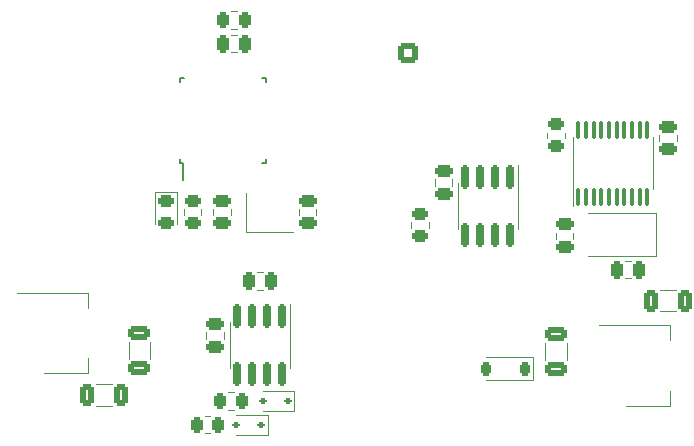
<source format=gbr>
%TF.GenerationSoftware,KiCad,Pcbnew,(7.0.0)*%
%TF.CreationDate,2025-02-23T22:01:52+09:00*%
%TF.ProjectId,EGTtoCANBus_Module,45475474-6f43-4414-9e42-75735f4d6f64,rev?*%
%TF.SameCoordinates,Original*%
%TF.FileFunction,Legend,Top*%
%TF.FilePolarity,Positive*%
%FSLAX46Y46*%
G04 Gerber Fmt 4.6, Leading zero omitted, Abs format (unit mm)*
G04 Created by KiCad (PCBNEW (7.0.0)) date 2025-02-23 22:01:52*
%MOMM*%
%LPD*%
G01*
G04 APERTURE LIST*
G04 Aperture macros list*
%AMRoundRect*
0 Rectangle with rounded corners*
0 $1 Rounding radius*
0 $2 $3 $4 $5 $6 $7 $8 $9 X,Y pos of 4 corners*
0 Add a 4 corners polygon primitive as box body*
4,1,4,$2,$3,$4,$5,$6,$7,$8,$9,$2,$3,0*
0 Add four circle primitives for the rounded corners*
1,1,$1+$1,$2,$3*
1,1,$1+$1,$4,$5*
1,1,$1+$1,$6,$7*
1,1,$1+$1,$8,$9*
0 Add four rect primitives between the rounded corners*
20,1,$1+$1,$2,$3,$4,$5,0*
20,1,$1+$1,$4,$5,$6,$7,0*
20,1,$1+$1,$6,$7,$8,$9,0*
20,1,$1+$1,$8,$9,$2,$3,0*%
G04 Aperture macros list end*
%ADD10C,0.120000*%
%ADD11C,0.150000*%
%ADD12C,1.226200*%
%ADD13C,1.576200*%
%ADD14C,0.010000*%
%ADD15RoundRect,0.243750X-0.456250X0.243750X-0.456250X-0.243750X0.456250X-0.243750X0.456250X0.243750X0*%
%ADD16R,1.400000X1.200000*%
%ADD17RoundRect,0.250000X-0.325000X-0.650000X0.325000X-0.650000X0.325000X0.650000X-0.325000X0.650000X0*%
%ADD18RoundRect,0.250000X-0.650000X0.325000X-0.650000X-0.325000X0.650000X-0.325000X0.650000X0.325000X0*%
%ADD19RoundRect,0.250000X-0.450000X0.262500X-0.450000X-0.262500X0.450000X-0.262500X0.450000X0.262500X0*%
%ADD20RoundRect,0.250000X0.262500X0.450000X-0.262500X0.450000X-0.262500X-0.450000X0.262500X-0.450000X0*%
%ADD21RoundRect,0.250000X-0.475000X0.250000X-0.475000X-0.250000X0.475000X-0.250000X0.475000X0.250000X0*%
%ADD22RoundRect,0.112500X0.187500X0.112500X-0.187500X0.112500X-0.187500X-0.112500X0.187500X-0.112500X0*%
%ADD23R,0.550000X1.600000*%
%ADD24R,1.600000X0.550000*%
%ADD25RoundRect,0.225000X0.225000X0.375000X-0.225000X0.375000X-0.225000X-0.375000X0.225000X-0.375000X0*%
%ADD26RoundRect,0.250000X0.650000X-0.325000X0.650000X0.325000X-0.650000X0.325000X-0.650000X-0.325000X0*%
%ADD27RoundRect,0.250000X0.250000X0.475000X-0.250000X0.475000X-0.250000X-0.475000X0.250000X-0.475000X0*%
%ADD28RoundRect,0.250000X0.475000X-0.250000X0.475000X0.250000X-0.475000X0.250000X-0.475000X-0.250000X0*%
%ADD29R,2.000000X2.400000*%
%ADD30RoundRect,0.250000X-0.262500X-0.450000X0.262500X-0.450000X0.262500X0.450000X-0.262500X0.450000X0*%
%ADD31RoundRect,0.100000X0.100000X-0.637500X0.100000X0.637500X-0.100000X0.637500X-0.100000X-0.637500X0*%
%ADD32R,2.000000X1.500000*%
%ADD33R,2.000000X3.800000*%
%ADD34RoundRect,0.150000X-0.150000X0.825000X-0.150000X-0.825000X0.150000X-0.825000X0.150000X0.825000X0*%
%ADD35RoundRect,0.250000X0.325000X0.650000X-0.325000X0.650000X-0.325000X-0.650000X0.325000X-0.650000X0*%
%ADD36R,1.700000X1.700000*%
%ADD37O,1.700000X1.700000*%
%ADD38C,3.000000*%
%ADD39R,1.800000X1.800000*%
%ADD40C,1.800000*%
%ADD41C,2.859000*%
%ADD42C,2.000000*%
%ADD43RoundRect,0.250000X-0.600000X0.600000X-0.600000X-0.600000X0.600000X-0.600000X0.600000X0.600000X0*%
%ADD44C,1.700000*%
G04 APERTURE END LIST*
D10*
%TO.C,D5*%
X157210000Y-68065000D02*
X155290000Y-68065000D01*
X155290000Y-68065000D02*
X155290000Y-70750000D01*
X157210000Y-70750000D02*
X157210000Y-68065000D01*
%TO.C,Y3*%
X163000000Y-68100000D02*
X163000000Y-71400000D01*
X163000000Y-71400000D02*
X167000000Y-71400000D01*
%TO.C,C6*%
X150288748Y-84340000D02*
X151711252Y-84340000D01*
X150288748Y-86160000D02*
X151711252Y-86160000D01*
%TO.C,C7*%
X154910000Y-80788748D02*
X154910000Y-82211252D01*
X153090000Y-80788748D02*
X153090000Y-82211252D01*
%TO.C,R1*%
X178485000Y-70610436D02*
X178485000Y-71064564D01*
X177015000Y-70610436D02*
X177015000Y-71064564D01*
%TO.C,R5*%
X162227064Y-54235000D02*
X161772936Y-54235000D01*
X162227064Y-52765000D02*
X161772936Y-52765000D01*
%TO.C,C13*%
X168985000Y-69488748D02*
X168985000Y-70011252D01*
X167515000Y-69488748D02*
X167515000Y-70011252D01*
%TO.C,D2*%
X164860000Y-88600000D02*
X164860000Y-86900000D01*
X164860000Y-88600000D02*
X162200000Y-88600000D01*
X164860000Y-86900000D02*
X162200000Y-86900000D01*
D11*
%TO.C,U1*%
X157425000Y-65625000D02*
X157650000Y-65625000D01*
X157425000Y-65625000D02*
X157425000Y-65300000D01*
X157650000Y-65625000D02*
X157650000Y-67050000D01*
X164675000Y-65625000D02*
X164350000Y-65625000D01*
X164675000Y-65625000D02*
X164675000Y-65300000D01*
X157425000Y-58375000D02*
X157425000Y-58700000D01*
X157425000Y-58375000D02*
X157750000Y-58375000D01*
X164675000Y-58375000D02*
X164675000Y-58700000D01*
X164675000Y-58375000D02*
X164350000Y-58375000D01*
D10*
%TO.C,D3*%
X187360000Y-84000000D02*
X187360000Y-82000000D01*
X187360000Y-84000000D02*
X183350000Y-84000000D01*
X187360000Y-82000000D02*
X183350000Y-82000000D01*
%TO.C,C4*%
X188340000Y-82236252D02*
X188340000Y-80813748D01*
X190160000Y-82236252D02*
X190160000Y-80813748D01*
%TO.C,C11*%
X162261252Y-56235000D02*
X161738748Y-56235000D01*
X162261252Y-54765000D02*
X161738748Y-54765000D01*
%TO.C,R7*%
X159235000Y-69522936D02*
X159235000Y-69977064D01*
X157765000Y-69522936D02*
X157765000Y-69977064D01*
%TO.C,C1*%
X199485000Y-63238748D02*
X199485000Y-63761252D01*
X198015000Y-63238748D02*
X198015000Y-63761252D01*
%TO.C,C12*%
X160265000Y-70011252D02*
X160265000Y-69488748D01*
X161735000Y-70011252D02*
X161735000Y-69488748D01*
%TO.C,Y2*%
X197725000Y-73437500D02*
X197725000Y-69837500D01*
X197725000Y-69837500D02*
X191975000Y-69837500D01*
X191975000Y-73437500D02*
X197725000Y-73437500D01*
%TO.C,R2*%
X159522936Y-87015000D02*
X159977064Y-87015000D01*
X159522936Y-88485000D02*
X159977064Y-88485000D01*
%TO.C,C9*%
X190735000Y-71488748D02*
X190735000Y-72011252D01*
X189265000Y-71488748D02*
X189265000Y-72011252D01*
%TO.C,D4*%
X167110000Y-86600000D02*
X167110000Y-84900000D01*
X167110000Y-86600000D02*
X164450000Y-86600000D01*
X167110000Y-84900000D02*
X164450000Y-84900000D01*
%TO.C,U2*%
X190690000Y-65637500D02*
X190690000Y-69237500D01*
X190690000Y-65637500D02*
X190690000Y-63437500D01*
X197460000Y-65637500D02*
X197460000Y-67837500D01*
X197460000Y-65637500D02*
X197460000Y-63437500D01*
%TO.C,C2*%
X180485000Y-66988748D02*
X180485000Y-67511252D01*
X179015000Y-66988748D02*
X179015000Y-67511252D01*
%TO.C,U3*%
X192900000Y-79340000D02*
X198910000Y-79340000D01*
X195150000Y-86160000D02*
X198910000Y-86160000D01*
X198910000Y-79340000D02*
X198910000Y-80600000D01*
X198910000Y-86160000D02*
X198910000Y-84900000D01*
%TO.C,C8*%
X164461252Y-76335000D02*
X163938748Y-76335000D01*
X164461252Y-74865000D02*
X163938748Y-74865000D01*
%TO.C,C10*%
X195636252Y-75372500D02*
X195113748Y-75372500D01*
X195636252Y-73902500D02*
X195113748Y-73902500D01*
%TO.C,U9*%
X186060000Y-69250000D02*
X186060000Y-65800000D01*
X186060000Y-69250000D02*
X186060000Y-71200000D01*
X180940000Y-69250000D02*
X180940000Y-67300000D01*
X180940000Y-69250000D02*
X180940000Y-71200000D01*
%TO.C,C3*%
X161135000Y-79938748D02*
X161135000Y-80461252D01*
X159665000Y-79938748D02*
X159665000Y-80461252D01*
%TO.C,C5*%
X199461252Y-78160000D02*
X198038748Y-78160000D01*
X199461252Y-76340000D02*
X198038748Y-76340000D01*
%TO.C,R3*%
X189985000Y-63022936D02*
X189985000Y-63477064D01*
X188515000Y-63022936D02*
X188515000Y-63477064D01*
%TO.C,U5*%
X143650000Y-76590000D02*
X149660000Y-76590000D01*
X145900000Y-83410000D02*
X149660000Y-83410000D01*
X149660000Y-76590000D02*
X149660000Y-77850000D01*
X149660000Y-83410000D02*
X149660000Y-82150000D01*
%TO.C,R6*%
X161522936Y-85015000D02*
X161977064Y-85015000D01*
X161522936Y-86485000D02*
X161977064Y-86485000D01*
%TO.C,U7*%
X166760000Y-81000000D02*
X166760000Y-77550000D01*
X166760000Y-81000000D02*
X166760000Y-82950000D01*
X161640000Y-81000000D02*
X161640000Y-79050000D01*
X161640000Y-81000000D02*
X161640000Y-82950000D01*
%TD*%
%LPC*%
D12*
%TO.C,J2*%
X186113100Y-79870000D02*
G75*
G03*
X186113100Y-79870000I-613100J0D01*
G01*
X186113100Y-74370000D02*
G75*
G03*
X186113100Y-74370000I-613100J0D01*
G01*
D13*
X184188100Y-87170000D02*
G75*
G03*
X184188100Y-87170000I-788100J0D01*
G01*
D12*
X181913100Y-74370000D02*
G75*
G03*
X181913100Y-74370000I-613100J0D01*
G01*
G36*
X182526200Y-81096200D02*
G01*
X180073800Y-81096200D01*
X180073800Y-78643800D01*
X182526200Y-78643800D01*
X182526200Y-81096200D01*
G37*
D14*
X182526200Y-81096200D02*
X180073800Y-81096200D01*
X180073800Y-78643800D01*
X182526200Y-78643800D01*
X182526200Y-81096200D01*
%TD*%
D15*
%TO.C,D5*%
X156250000Y-68812500D03*
X156250000Y-70687500D03*
%TD*%
D16*
%TO.C,Y3*%
X163899999Y-70599999D03*
X166099999Y-70599999D03*
X166099999Y-68899999D03*
X163899999Y-68899999D03*
%TD*%
D17*
%TO.C,C6*%
X149525000Y-85250000D03*
X152475000Y-85250000D03*
%TD*%
D18*
%TO.C,C7*%
X154000000Y-80025000D03*
X154000000Y-82975000D03*
%TD*%
D19*
%TO.C,R1*%
X177750000Y-69925000D03*
X177750000Y-71750000D03*
%TD*%
D20*
%TO.C,R5*%
X162912500Y-53500000D03*
X161087500Y-53500000D03*
%TD*%
D21*
%TO.C,C13*%
X168250000Y-68800000D03*
X168250000Y-70700000D03*
%TD*%
D22*
%TO.C,D2*%
X164300000Y-87750000D03*
X162200000Y-87750000D03*
%TD*%
D23*
%TO.C,U1*%
X158249999Y-66249999D03*
X159049999Y-66249999D03*
X159849999Y-66249999D03*
X160649999Y-66249999D03*
X161449999Y-66249999D03*
X162249999Y-66249999D03*
X163049999Y-66249999D03*
X163849999Y-66249999D03*
D24*
X165299999Y-64799999D03*
X165299999Y-63999999D03*
X165299999Y-63199999D03*
X165299999Y-62399999D03*
X165299999Y-61599999D03*
X165299999Y-60799999D03*
X165299999Y-59999999D03*
X165299999Y-59199999D03*
D23*
X163849999Y-57749999D03*
X163049999Y-57749999D03*
X162249999Y-57749999D03*
X161449999Y-57749999D03*
X160649999Y-57749999D03*
X159849999Y-57749999D03*
X159049999Y-57749999D03*
X158249999Y-57749999D03*
D24*
X156799999Y-59199999D03*
X156799999Y-59999999D03*
X156799999Y-60799999D03*
X156799999Y-61599999D03*
X156799999Y-62399999D03*
X156799999Y-63199999D03*
X156799999Y-63999999D03*
X156799999Y-64799999D03*
%TD*%
D25*
%TO.C,D3*%
X186650000Y-83000000D03*
X183350000Y-83000000D03*
%TD*%
D26*
%TO.C,C4*%
X189250000Y-83000000D03*
X189250000Y-80050000D03*
%TD*%
D27*
%TO.C,C11*%
X162950000Y-55500000D03*
X161050000Y-55500000D03*
%TD*%
D19*
%TO.C,R7*%
X158500000Y-68837500D03*
X158500000Y-70662500D03*
%TD*%
D21*
%TO.C,C1*%
X198750000Y-62550000D03*
X198750000Y-64450000D03*
%TD*%
D28*
%TO.C,C12*%
X161000000Y-70700000D03*
X161000000Y-68800000D03*
%TD*%
D29*
%TO.C,Y2*%
X196524999Y-71637499D03*
X192824999Y-71637499D03*
%TD*%
D30*
%TO.C,R2*%
X158837500Y-87750000D03*
X160662500Y-87750000D03*
%TD*%
D21*
%TO.C,C9*%
X190000000Y-70800000D03*
X190000000Y-72700000D03*
%TD*%
D22*
%TO.C,D4*%
X166550000Y-85750000D03*
X164450000Y-85750000D03*
%TD*%
D31*
%TO.C,U2*%
X191150000Y-68500000D03*
X191800000Y-68500000D03*
X192450000Y-68500000D03*
X193100000Y-68500000D03*
X193750000Y-68500000D03*
X194400000Y-68500000D03*
X195050000Y-68500000D03*
X195700000Y-68500000D03*
X196350000Y-68500000D03*
X197000000Y-68500000D03*
X197000000Y-62775000D03*
X196350000Y-62775000D03*
X195700000Y-62775000D03*
X195050000Y-62775000D03*
X194400000Y-62775000D03*
X193750000Y-62775000D03*
X193100000Y-62775000D03*
X192450000Y-62775000D03*
X191800000Y-62775000D03*
X191150000Y-62775000D03*
%TD*%
D21*
%TO.C,C2*%
X179750000Y-66300000D03*
X179750000Y-68200000D03*
%TD*%
D32*
%TO.C,U3*%
X193849999Y-80449999D03*
X193849999Y-82749999D03*
D33*
X200149999Y-82749999D03*
D32*
X193849999Y-85049999D03*
%TD*%
D27*
%TO.C,C8*%
X165150000Y-75600000D03*
X163250000Y-75600000D03*
%TD*%
%TO.C,C10*%
X196325000Y-74637500D03*
X194425000Y-74637500D03*
%TD*%
D34*
%TO.C,U9*%
X185405000Y-66775000D03*
X184135000Y-66775000D03*
X182865000Y-66775000D03*
X181595000Y-66775000D03*
X181595000Y-71725000D03*
X182865000Y-71725000D03*
X184135000Y-71725000D03*
X185405000Y-71725000D03*
%TD*%
D21*
%TO.C,C3*%
X160400000Y-79250000D03*
X160400000Y-81150000D03*
%TD*%
D35*
%TO.C,C5*%
X200225000Y-77250000D03*
X197275000Y-77250000D03*
%TD*%
D19*
%TO.C,R3*%
X189250000Y-62337500D03*
X189250000Y-64162500D03*
%TD*%
D32*
%TO.C,U5*%
X144599999Y-77699999D03*
X144599999Y-79999999D03*
D33*
X150899999Y-79999999D03*
D32*
X144599999Y-82299999D03*
%TD*%
D30*
%TO.C,R6*%
X160837500Y-85750000D03*
X162662500Y-85750000D03*
%TD*%
D34*
%TO.C,U7*%
X166105000Y-78525000D03*
X164835000Y-78525000D03*
X163565000Y-78525000D03*
X162295000Y-78525000D03*
X162295000Y-83475000D03*
X163565000Y-83475000D03*
X164835000Y-83475000D03*
X166105000Y-83475000D03*
%TD*%
D36*
%TO.C,JP3*%
X150289999Y-69774999D03*
D37*
X147749999Y-69774999D03*
%TD*%
D36*
%TO.C,JP2*%
X152579999Y-74499999D03*
D37*
X150039999Y-74499999D03*
X147499999Y-74499999D03*
%TD*%
D38*
%TO.C,J2*%
X183400000Y-87170000D03*
%TD*%
D39*
%TO.C,D1*%
X167599999Y-64199999D03*
D40*
X167600000Y-66740000D03*
%TD*%
D41*
%TO.C,J3*%
X170750000Y-75500000D03*
X157050000Y-75500000D03*
X156150000Y-89000000D03*
X171850000Y-89000000D03*
%TD*%
D42*
%TO.C,RESET*%
X144750000Y-59750000D03*
X144750000Y-66250000D03*
X149250000Y-59750000D03*
X149250000Y-66250000D03*
%TD*%
D43*
%TO.C,J1*%
X176750000Y-56250000D03*
D44*
X176750000Y-58790000D03*
X179290000Y-56250000D03*
X179290000Y-58790000D03*
X181830000Y-56250000D03*
X181830000Y-58790000D03*
%TD*%
M02*

</source>
